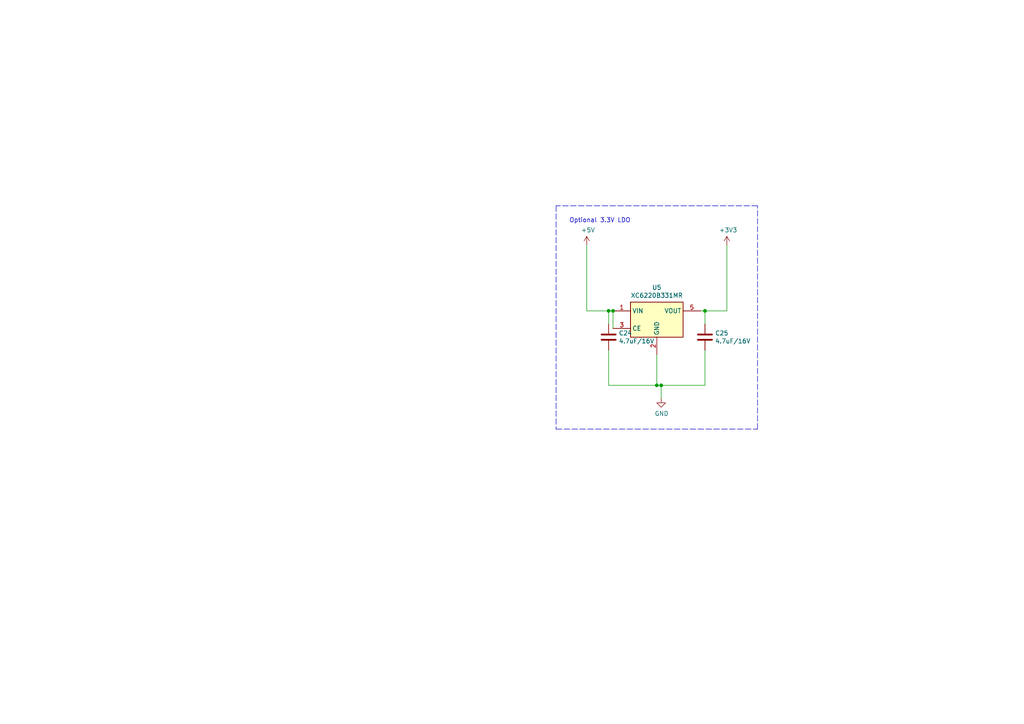
<source format=kicad_sch>
(kicad_sch (version 20211123) (generator eeschema)
  (paper "A4")
  (title_block (title "xESC BLDC Controller") (date "2021-12-01") (rev "2.0") (company "Clemens Elflein") (comment 1 "Creative Commons Attribution-NonCommercial-ShareAlike 4.0 International License.") (comment 2 "Licensed under "))
  (lib_symbols
    (symbol "Device:C" (pin_numbers hide) (pin_names (offset 0.254))
      (property "Reference" "C" (at 0.635 2.54 0))
      (property "Value" "C" (at 0.635 -2.54 0))
      (symbol "C_0_1"
        (polyline (pts (xy -2.032 -0.762) (xy 2.032 -0.762)) (stroke (width 0.508)))
        (polyline (pts (xy -2.032 0.762) (xy 2.032 0.762)) (stroke (width 0.508)))
      )
      (symbol "C_1_1"
        (pin passive line (at 0 3.81 270) (length 2.794) (name "~") (number "1"))
        (pin passive line (at 0 -3.81 90) (length 2.794) (name "~") (number "2"))
      )
    )
    (symbol "Regulator_Linear:XC6220B331MR"
      (property "Reference" "U" (at 0 8.89 0))
      (property "Value" "XC6220B331MR" (at 0 6.35 0))
      (symbol "XC6220B331MR_0_1"
        (rectangle (start -7.62 5.08) (end 7.62 -5.08) (stroke (width 0.254)) (fill (type background)))
      )
      (symbol "XC6220B331MR_1_1"
        (pin power_in line (at -12.7 2.54 0) (length 5.08) (name "VIN") (number "1"))
        (pin power_in line (at 0 -10.16 90) (length 5.08) (name "GND") (number "2"))
        (pin input line (at -12.7 -2.54 0) (length 5.08) (name "CE") (number "3"))
        (pin no_connect line (at 12.7 -2.54 180) (length 5.08) hide (name "NC") (number "4"))
        (pin power_out line (at 12.7 2.54 180) (length 5.08) (name "VOUT") (number "5"))
      )
    )
    (symbol "power:+3.3V" (power) (pin_names (offset 0))
      (property "Value" "+3.3V" (at 0 3.556 0))
      (symbol "+3.3V_0_1"
        (polyline (pts (xy -0.762 1.27) (xy 0 2.54)))
        (polyline (pts (xy 0 0) (xy 0 2.54)))
        (polyline (pts (xy 0 2.54) (xy 0.762 1.27)))
      )
      (symbol "+3.3V_1_1"
        (pin power_in line (at 0 0 90) (length 0) hide (name "+3V3") (number "1"))
      )
    )
    (symbol "power:+5V" (power) (pin_names (offset 0))
      (property "Value" "+5V" (at 0 3.556 0))
      (symbol "+5V_0_1"
        (polyline (pts (xy -0.762 1.27) (xy 0 2.54)))
        (polyline (pts (xy 0 0) (xy 0 2.54)))
        (polyline (pts (xy 0 2.54) (xy 0.762 1.27)))
      )
      (symbol "+5V_1_1"
        (pin power_in line (at 0 0 90) (length 0) hide (name "+5V") (number "1"))
      )
    )
    (symbol "power:GND" (power) (pin_names (offset 0))
      (property "Value" "GND" (at 0 -3.81 0))
      (symbol "GND_0_1"
        (polyline (pts (xy 0 0) (xy 0 -1.27) (xy 1.27 -1.27) (xy 0 -2.54) (xy -1.27 -1.27) (xy 0 -1.27)))
      )
      (symbol "GND_1_1"
        (pin power_in line (at 0 0 270) (length 0) hide (name "GND") (number "1"))
      )
    )
  )
  (junction (at 177.8 90.17))
  (junction (at 204.47 90.17))
  (junction (at 190.5 111.76))
  (junction (at 191.77 111.76))
  (junction (at 176.53 90.17))
  (wire (pts (xy 176.53 111.76) (xy 176.53 101.6)))
  (wire (pts (xy 204.47 111.76) (xy 204.47 101.6)))
  (wire (pts (xy 170.18 71.12) (xy 170.18 90.17)))
  (wire (pts (xy 177.8 95.25) (xy 177.8 90.17)))
  (wire (pts (xy 191.77 111.76) (xy 204.47 111.76)))
  (polyline (pts (xy 219.71 59.69) (xy 161.29 59.69)))
  (wire (pts (xy 191.77 115.57) (xy 191.77 111.76)))
  (wire (pts (xy 176.53 93.98) (xy 176.53 90.17)))
  (wire (pts (xy 203.2 90.17) (xy 204.47 90.17)))
  (wire (pts (xy 190.5 102.87) (xy 190.5 111.76)))
  (wire (pts (xy 191.77 111.76) (xy 190.5 111.76)))
  (wire (pts (xy 210.82 90.17) (xy 210.82 71.12)))
  (polyline (pts (xy 219.71 124.46) (xy 219.71 59.69)))
  (wire (pts (xy 204.47 90.17) (xy 210.82 90.17)))
  (wire (pts (xy 176.53 90.17) (xy 177.8 90.17)))
  (wire (pts (xy 204.47 93.98) (xy 204.47 90.17)))
  (polyline (pts (xy 161.29 59.69) (xy 161.29 124.46)))
  (polyline (pts (xy 161.29 124.46) (xy 219.71 124.46)))
  (wire (pts (xy 190.5 111.76) (xy 176.53 111.76)))
  (wire (pts (xy 176.53 90.17) (xy 170.18 90.17)))
  (text "Optional 3.3V LDO" (at 165.1 64.77 0) (effects (font (size 1.27 1.27)) (justify left bottom)))
  (symbol (lib_id "power:+3.3V") (at 210.82 71.12 0) (unit 1)
    (property "Reference" "#PWR035" (effects hide))
    (property "Value" "+3.3V" (at 211.201 66.7258 0))
  )
  (symbol (lib_id "power:+5V") (at 170.18 71.12 0) (unit 1)
    (property "Reference" "#PWR033" (effects hide))
    (property "Value" "+5V" (at 170.561 66.7258 0))
  )
  (symbol (lib_id "Device:C") (at 176.53 97.79 0) (unit 1)
    (property "Reference" "C24" (at 179.451 96.6216 0) (effects (justify left)))
    (property "Value" "4.7uF{slash}16V" (at 179.451 98.933 0) (effects (justify left)))
    (property "Footprint" "Capacitor_SMD:C_0603_1608Metric" (effects hide))
    (property "Digikey" "1276-1096-2-ND" (effects hide))
    (property "Part Number" "CL21A106KOQNNNE" (effects hide))
    (property "Stock_PN" "C-0603-10uF-16V" (effects hide))
  )
  (symbol (lib_id "power:GND") (at 191.77 115.57 0) (unit 1)
    (property "Reference" "#PWR034" (effects hide))
    (property "Value" "GND" (at 191.897 119.9642 0))
  )
  (symbol (lib_id "Regulator_Linear:XC6220B331MR") (at 190.5 92.71 0) (unit 1)
    (property "Reference" "U5" (at 190.5 83.3882 0))
    (property "Value" "XC6220B331MR" (at 190.5 85.6996 0))
    (property "Footprint" "Package_TO_SOT_SMD:SOT-23-5" (effects hide))
    (property "Datasheet" "https://www.torexsemi.com/file/xc6220/XC6220.pdf" (effects hide))
    (property "Part Number" "XC6220B331MR" (effects hide))
    (property "Digikey" "893-1133-1-ND" (effects hide))
    (property "LCSC" "C73336" (effects hide))
    (property "Stock_PN" "U-XC6220B331MR" (effects hide))
  )
  (symbol (lib_id "Device:C") (at 204.47 97.79 0) (unit 1)
    (property "Reference" "C25" (at 207.391 96.6216 0) (effects (justify left)))
    (property "Value" "4.7uF{slash}16V" (at 207.391 98.933 0) (effects (justify left)))
    (property "Footprint" "Capacitor_SMD:C_0603_1608Metric" (effects hide))
    (property "Digikey" "1276-1096-2-ND" (effects hide))
    (property "Part Number" "CL21A106KOQNNNE" (effects hide))
    (property "Stock_PN" "C-0603-10uF-16V" (effects hide))
  )
)
</source>
